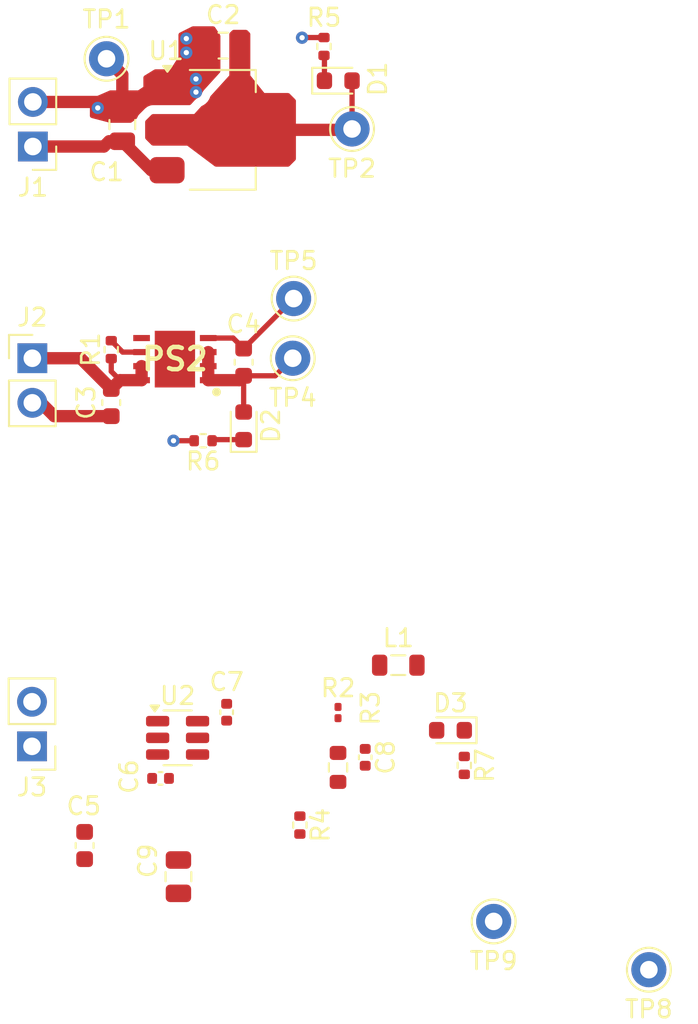
<source format=kicad_pcb>
(kicad_pcb (version 20241229) (generator "pcbnew") (generator_version "9.0")
  (layers (0 "F.Cu" signal) (2 "B.Cu" signal) (13 "F.Paste" user) (15 "B.Paste" user) (5 "F.SilkS" user "F.Silkscreen") (7 "B.SilkS" user "B.Silkscreen") (1 "F.Mask" user) (3 "B.Mask" user) (25 "Edge.Cuts" user))
  (net 0 "")
  (net 1 "GND")
  (net 2 "+3.3V")
  (net 3 "Net-(C8-Pad1)")
  (net 4 "+5V")
  (net 5 "Net-(D1-K)")
  (net 6 "Net-(D2-K)")
  (net 7 "Net-(D3-K)")
  (net 10 "/VI")
  (net 11 "/V_IN1")
  (net 12 "/EN")
  (net 13 "/VIN")
  (net 14 "/SW")
  (net 15 "/BOOT")
  (net 16 "/FB")
  (footprint "Capacitor_SMD:C_0805_2012Metric" (layer "F.Cu") (at 53.25 29.5)
    (property "Reference" "C2" (at 0 -1.75 0) (layer "F.SilkS"))
    (property "Value" "22u" (hide yes))
    (fp_line (start -0.261252 -0.735) (end 0.261252 -0.735) (stroke (width 0.12)) (layer "F.SilkS"))
    (fp_line (start -0.261252 0.735) (end 0.261252 0.735) (stroke (width 0.12)) (layer "F.SilkS"))
    (pad "1" smd roundrect (at -0.95 0) (size 1 1.45) (layers "F.Cu" "F.Mask" "F.Paste") (net 1 "GND"))
    (pad "2" smd roundrect (at 0.95 0) (size 1 1.45) (layers "F.Cu" "F.Mask" "F.Paste") (net 2 "+3.3V"))
  )
  (footprint "Connector_Pin:Pin_D1.0mm_L10.0mm" (layer "F.Cu") (at 60.6 34.25)
    (property "Reference" "TP2" (at 0 2.25 0) (layer "F.SilkS"))
    (property "Value" "OUT_TP" (hide yes))
    (fp_circle (center 0 0) (end 1.25 0.05) (stroke (width 0.12)) (fill no) (layer "F.SilkS"))
    (pad "1" thru_hole circle (at 0 0) (size 2 2) (drill 1) (layers "*.Cu" "*.Mask") (net 2 "+3.3V"))
  )
  (footprint "SamacSys_Parts:SON80P400X400X100-9N-D" (layer "F.Cu") (at 50.49875 47.3625 180)
    (property "Reference" "PS2" (at 0 0 0) (layer "F.SilkS") (effects (font (size 1.27 1.27) (thickness 0.254))))
    (property "Value" "LD39200DPUR" (hide yes))
    (fp_circle (center -2.375 -1.875) (end -2.375 -1.75) (stroke (width 0.25)) (fill no) (layer "F.SilkS"))
    (pad "1" smd rect (at -1.9 -1.2 270) (size 0.35 0.95) (layers "F.Cu" "F.Mask" "F.Paste") (net 2 "+3.3V"))
    (pad "2" smd rect (at -1.9 -0.4 270) (size 0.35 0.95) (layers "F.Cu" "F.Mask" "F.Paste") (net 2 "+3.3V"))
    (pad "3" smd rect (at -1.9 0.4 270) (size 0.35 0.95) (layers "F.Cu" "F.Mask" "F.Paste") (net 2 "+3.3V"))
    (pad "4" smd rect (at -1.9 1.2 270) (size 0.35 0.95) (layers "F.Cu" "F.Mask" "F.Paste") (net 1 "GND"))
    (pad "5" smd rect (at 1.9 1.2 270) (size 0.35 0.95) (layers "F.Cu" "F.Mask" "F.Paste"))
    (pad "6" smd rect (at 1.9 0.4 270) (size 0.35 0.95) (layers "F.Cu" "F.Mask" "F.Paste") (net 12 "/EN"))
    (pad "7" smd rect (at 1.9 -0.4 270) (size 0.35 0.95) (layers "F.Cu" "F.Mask" "F.Paste") (net 11 "/V_IN1"))
    (pad "8" smd rect (at 1.9 -1.2 270) (size 0.35 0.95) (layers "F.Cu" "F.Mask" "F.Paste") (net 11 "/V_IN1"))
    (pad "9" smd rect (at 0 0 180) (size 2.3 3.23) (layers "F.Cu" "F.Mask" "F.Paste") (net 1 "GND"))
  )
  (footprint "Resistor_SMD:R_0402_1005Metric" (layer "F.Cu") (at 46.86875 46.8225 90)
    (property "Reference" "R1" (at 0 -1.17 90) (layer "F.SilkS"))
    (property "Value" "1k" (hide yes))
    (fp_line (start -0.153641 -0.38) (end 0.153641 -0.38) (stroke (width 0.12)) (layer "F.SilkS"))
    (fp_line (start -0.153641 0.38) (end 0.153641 0.38) (stroke (width 0.12)) (layer "F.SilkS"))
    (pad "1" smd roundrect (at -0.51 0 90) (size 0.54 0.64) (layers "F.Cu" "F.Mask" "F.Paste") (net 11 "/V_IN1"))
    (pad "2" smd roundrect (at 0.51 0 90) (size 0.54 0.64) (layers "F.Cu" "F.Mask" "F.Paste") (net 12 "/EN"))
  )
  (footprint "Connector_Pin:Pin_D1.0mm_L10.0mm" (layer "F.Cu") (at 77.525 82.15)
    (property "Reference" "TP8" (at 0 2.25 0) (layer "F.SilkS"))
    (property "Value" "OUT_TP")
    (fp_circle (center 0 0) (end 1.25 0.05) (stroke (width 0.12)) (fill no) (layer "F.SilkS"))
    (pad "1" thru_hole circle (at 0 0) (size 2 2) (drill 1) (layers "*.Cu" "*.Mask") (net 4 "+5V"))
  )
  (footprint "Capacitor_SMD:C_0402_1005Metric" (layer "F.Cu") (at 49.68 71.25)
    (property "Reference" "C6" (at -1.8 -0.1 90) (layer "F.SilkS"))
    (property "Value" "100n" (hide yes))
    (fp_line (start -0.107836 -0.36) (end 0.107836 -0.36) (stroke (width 0.12)) (layer "F.SilkS"))
    (fp_line (start -0.107836 0.36) (end 0.107836 0.36) (stroke (width 0.12)) (layer "F.SilkS"))
    (pad "1" smd roundrect (at -0.48 0) (size 0.56 0.62) (layers "F.Cu" "F.Mask" "F.Paste") (net 13 "/VIN"))
    (pad "2" smd roundrect (at 0.48 0) (size 0.56 0.62) (layers "F.Cu" "F.Mask" "F.Paste") (net 1 "GND"))
  )
  (footprint "Connector_Pin:Pin_D1.0mm_L10.0mm" (layer "F.Cu") (at 57.21875 47.3125)
    (property "Reference" "TP4" (at 0 2.25 0) (layer "F.SilkS"))
    (property "Value" "OUT_TP" (hide yes))
    (fp_circle (center 0 0) (end 1.25 0.05) (stroke (width 0.12)) (fill no) (layer "F.SilkS"))
    (pad "1" thru_hole circle (at 0 0) (size 2 2) (drill 1) (layers "*.Cu" "*.Mask") (net 2 "+3.3V"))
  )
  (footprint "Package_TO_SOT_SMD:SOT-223-3_TabPin2" (layer "F.Cu") (at 53.2 34.3)
    (property "Reference" "U1" (at -3.2 -4.5 0) (layer "F.SilkS"))
    (property "Value" "AMS1117-3.3" (hide yes))
    (fp_line (start -1.85 -3.41) (end 1.91 -3.41) (stroke (width 0.12)) (layer "F.SilkS"))
    (fp_line (start -1.85 3.41) (end 1.91 3.41) (stroke (width 0.12)) (layer "F.SilkS"))
    (fp_line (start 1.91 -3.41) (end 1.91 -2.15) (stroke (width 0.12)) (layer "F.SilkS"))
    (fp_line (start 1.91 3.41) (end 1.91 2.15) (stroke (width 0.12)) (layer "F.SilkS"))
    (fp_poly (pts (xy -3.13 -3.31) (xy -3.37 -3.64) (xy -2.89 -3.64) (xy -3.13 -3.31)) (stroke (width 0.12)) (fill yes) (layer "F.SilkS"))
    (pad "1" smd roundrect (at -3.15 -2.3) (size 2 1.5) (layers "F.Cu" "F.Mask" "F.Paste") (net 1 "GND"))
    (pad "2" smd roundrect (at -3.15 0) (size 2 1.5) (layers "F.Cu" "F.Mask" "F.Paste") (net 2 "+3.3V"))
    (pad "2" smd roundrect (at 3.15 0) (size 2 3.8) (layers "F.Cu" "F.Mask" "F.Paste") (net 2 "+3.3V"))
    (pad "3" smd roundrect (at -3.15 2.3) (size 2 1.5) (layers "F.Cu" "F.Mask" "F.Paste") (net 10 "/VI"))
  )
  (footprint "Capacitor_SMD:C_0402_1005Metric" (layer "F.Cu") (at 61.35 70.05 -90)
    (property "Reference" "C8" (at 0 -1.16 90) (layer "F.SilkS"))
    (property "Value" "10p" (hide yes))
    (fp_line (start -0.107836 0.36) (end 0.107836 0.36) (stroke (width 0.12)) (layer "F.SilkS"))
    (fp_line (start -0.107836 -0.36) (end 0.107836 -0.36) (stroke (width 0.12)) (layer "F.SilkS"))
    (pad "1" smd roundrect (at -0.48 0 270) (size 0.56 0.62) (layers "F.Cu" "F.Mask" "F.Paste") (net 3 "Net-(C8-Pad1)"))
    (pad "2" smd roundrect (at 0.48 0 270) (size 0.56 0.62) (layers "F.Cu" "F.Mask" "F.Paste") (net 16 "/FB"))
  )
  (footprint "Connector_Pin:Pin_D1.0mm_L10.0mm" (layer "F.Cu") (at 57.26875 43.9125)
    (property "Reference" "TP5" (at 0 -2.15 0) (layer "F.SilkS"))
    (property "Value" "GND_TP" (hide yes))
    (fp_circle (center 0 0) (end 1.25 0.05) (stroke (width 0.12)) (fill no) (layer "F.SilkS"))
    (pad "1" thru_hole circle (at 0 0) (size 2 2) (drill 1) (layers "*.Cu" "*.Mask") (net 1 "GND"))
  )
  (footprint "LED_SMD:LED_0603_1608Metric" (layer "F.Cu") (at 59.8125 31.5)
    (property "Reference" "D1" (at 2.25 -0.1 270) (layer "F.SilkS"))
    (property "Value" "PRW_LED" (hide yes))
    (fp_line (start -1.485 -0.735) (end -1.485 0.735) (stroke (width 0.12)) (layer "F.SilkS"))
    (fp_line (start -1.485 0.735) (end 0.8 0.735) (stroke (width 0.12)) (layer "F.SilkS"))
    (fp_line (start 0.8 -0.735) (end -1.485 -0.735) (stroke (width 0.12)) (layer "F.SilkS"))
    (pad "1" smd roundrect (at -0.7875 0) (size 0.875 0.95) (layers "F.Cu" "F.Mask" "F.Paste") (net 5 "Net-(D1-K)"))
    (pad "2" smd roundrect (at 0.7875 0) (size 0.875 0.95) (layers "F.Cu" "F.Mask" "F.Paste") (net 2 "+3.3V"))
  )
  (footprint "Resistor_SMD:R_0201_0603Metric" (layer "F.Cu") (at 59.8 67.5 90)
    (property "Reference" "R2" (at 1.4 0 180) (layer "F.SilkS"))
    (property "Value" "49.9" (hide yes))
    (pad "1" smd roundrect (at -0.32 0 90) (size 0.46 0.4) (layers "F.Cu" "F.Mask") (net 3 "Net-(C8-Pad1)"))
    (pad "2" smd roundrect (at 0.32 0 90) (size 0.46 0.4) (layers "F.Cu" "F.Mask") (net 4 "+5V"))
  )
  (footprint "Resistor_SMD:R_0603_1608Metric" (layer "F.Cu") (at 59.8 70.625 -90)
    (property "Reference" "R3" (at -3.375 -1.85 270) (layer "F.SilkS"))
    (property "Value" "100k" (hide yes))
    (fp_line (start -0.237258 0.5225) (end 0.237258 0.5225) (stroke (width 0.12)) (layer "F.SilkS"))
    (fp_line (start -0.237258 -0.5225) (end 0.237258 -0.5225) (stroke (width 0.12)) (layer "F.SilkS"))
    (pad "1" smd roundrect (at -0.825 0 270) (size 0.8 0.95) (layers "F.Cu" "F.Mask" "F.Paste") (net 3 "Net-(C8-Pad1)"))
    (pad "2" smd roundrect (at 0.825 0 270) (size 0.8 0.95) (layers "F.Cu" "F.Mask" "F.Paste") (net 16 "/FB"))
  )
  (footprint "Resistor_SMD:R_0402_1005Metric" (layer "F.Cu") (at 59 29.55 90)
    (property "Reference" "R5" (at 1.65 0 180) (layer "F.SilkS"))
    (property "Value" "1k5" (hide yes))
    (fp_line (start -0.153641 -0.38) (end 0.153641 -0.38) (stroke (width 0.12)) (layer "F.SilkS"))
    (fp_line (start -0.153641 0.38) (end 0.153641 0.38) (stroke (width 0.12)) (layer "F.SilkS"))
    (pad "1" smd roundrect (at -0.51 0 90) (size 0.54 0.64) (layers "F.Cu" "F.Mask" "F.Paste") (net 5 "Net-(D1-K)"))
    (pad "2" smd roundrect (at 0.51 0 90) (size 0.54 0.64) (layers "F.Cu" "F.Mask" "F.Paste") (net 1 "GND"))
  )
  (footprint "Connector_Pin:Pin_D1.0mm_L10.0mm" (layer "F.Cu") (at 46.6 30.25)
    (property "Reference" "TP1" (at 0 -2.25 0) (layer "F.SilkS"))
    (property "Value" "GND_TP" (hide yes))
    (fp_circle (center 0 0) (end 1.25 0.05) (stroke (width 0.12)) (fill no) (layer "F.SilkS"))
    (pad "1" thru_hole circle (at 0 0) (size 2 2) (drill 1) (layers "*.Cu" "*.Mask") (net 1 "GND"))
  )
  (footprint "Capacitor_SMD:C_0805_2012Metric" (layer "F.Cu") (at 47.5 34 -90)
    (property "Reference" "C1" (at 2.7 0.9 180) (layer "F.SilkS"))
    (property "Value" "22u" (hide yes))
    (fp_line (start -0.261252 0.735) (end 0.261252 0.735) (stroke (width 0.12)) (layer "F.SilkS"))
    (fp_line (start -0.261252 -0.735) (end 0.261252 -0.735) (stroke (width 0.12)) (layer "F.SilkS"))
    (pad "1" smd roundrect (at -0.95 0 270) (size 1 1.45) (layers "F.Cu" "F.Mask" "F.Paste") (net 1 "GND"))
    (pad "2" smd roundrect (at 0.95 0 270) (size 1 1.45) (layers "F.Cu" "F.Mask" "F.Paste") (net 10 "/VI"))
  )
  (footprint "Capacitor_SMD:C_0805_2012Metric" (layer "F.Cu") (at 50.7 76.85 90)
    (property "Reference" "C9" (at 0.9 -1.75 90) (layer "F.SilkS"))
    (property "Value" "33u" (hide yes))
    (fp_line (start -0.261252 -0.735) (end 0.261252 -0.735) (stroke (width 0.12)) (layer "F.SilkS"))
    (fp_line (start -0.261252 0.735) (end 0.261252 0.735) (stroke (width 0.12)) (layer "F.SilkS"))
    (pad "1" smd roundrect (at -0.95 0 90) (size 1 1.45) (layers "F.Cu" "F.Mask" "F.Paste") (net 1 "GND"))
    (pad "2" smd roundrect (at 0.95 0 90) (size 1 1.45) (layers "F.Cu" "F.Mask" "F.Paste") (net 4 "+5V"))
  )
  (footprint "Resistor_SMD:R_0402_1005Metric" (layer "F.Cu") (at 52.10875 52.0125 180)
    (property "Reference" "R6" (at 0 -1.17 0) (layer "F.SilkS"))
    (property "Value" "1k5" (hide yes))
    (fp_line (start -0.153641 0.38) (end 0.153641 0.38) (stroke (width 0.12)) (layer "F.SilkS"))
    (fp_line (start -0.153641 -0.38) (end 0.153641 -0.38) (stroke (width 0.12)) (layer "F.SilkS"))
    (pad "1" smd roundrect (at -0.51 0 180) (size 0.54 0.64) (layers "F.Cu" "F.Mask" "F.Paste") (net 6 "Net-(D2-K)"))
    (pad "2" smd roundrect (at 0.51 0 180) (size 0.54 0.64) (layers "F.Cu" "F.Mask" "F.Paste") (net 1 "GND"))
  )
  (footprint "Capacitor_SMD:C_0402_1005Metric" (layer "F.Cu") (at 53.45 67.48 90)
    (property "Reference" "C7" (at 1.73 0 0) (layer "F.SilkS"))
    (property "Value" "100n" (hide yes))
    (fp_line (start -0.107836 -0.36) (end 0.107836 -0.36) (stroke (width 0.12)) (layer "F.SilkS"))
    (fp_line (start -0.107836 0.36) (end 0.107836 0.36) (stroke (width 0.12)) (layer "F.SilkS"))
    (pad "1" smd roundrect (at -0.48 0 90) (size 0.56 0.62) (layers "F.Cu" "F.Mask" "F.Paste") (net 15 "/BOOT"))
    (pad "2" smd roundrect (at 0.48 0 90) (size 0.56 0.62) (layers "F.Cu" "F.Mask" "F.Paste") (net 14 "/SW"))
  )
  (footprint "Connector_Pin:Pin_D1.0mm_L10.0mm" (layer "F.Cu") (at 68.675 79.4)
    (property "Reference" "TP9" (at 0 2.25 0) (layer "F.SilkS"))
    (property "Value" "GND_TP")
    (fp_circle (center 0 0) (end 1.25 0.05) (stroke (width 0.12)) (fill no) (layer "F.SilkS"))
    (pad "1" thru_hole circle (at 0 0) (size 2 2) (drill 1) (layers "*.Cu" "*.Mask") (net 1 "GND"))
  )
  (footprint "Capacitor_SMD:C_0603_1608Metric" (layer "F.Cu") (at 45.35 75.075 90)
    (property "Reference" "C5" (at 2.25 -0.05 180) (layer "F.SilkS"))
    (property "Value" "10u" (hide yes))
    (fp_line (start -0.14058 -0.51) (end 0.14058 -0.51) (stroke (width 0.12)) (layer "F.SilkS"))
    (fp_line (start -0.14058 0.51) (end 0.14058 0.51) (stroke (width 0.12)) (layer "F.SilkS"))
    (pad "1" smd roundrect (at -0.775 0 90) (size 0.9 0.95) (layers "F.Cu" "F.Mask" "F.Paste") (net 13 "/VIN"))
    (pad "2" smd roundrect (at 0.775 0 90) (size 0.9 0.95) (layers "F.Cu" "F.Mask" "F.Paste") (net 1 "GND"))
  )
  (footprint "Capacitor_SMD:C_0603_1608Metric" (layer "F.Cu") (at 54.41875 47.5375 -90)
    (property "Reference" "C4" (at -2.175 0 0) (layer "F.SilkS"))
    (property "Value" "10u" (hide yes))
    (fp_line (start -0.14058 0.51) (end 0.14058 0.51) (stroke (width 0.12)) (layer "F.SilkS"))
    (fp_line (start -0.14058 -0.51) (end 0.14058 -0.51) (stroke (width 0.12)) (layer "F.SilkS"))
    (pad "1" smd roundrect (at -0.775 0 270) (size 0.9 0.95) (layers "F.Cu" "F.Mask" "F.Paste") (net 1 "GND"))
    (pad "2" smd roundrect (at 0.775 0 270) (size 0.9 0.95) (layers "F.Cu" "F.Mask" "F.Paste") (net 2 "+3.3V"))
  )
  (footprint "Connector_PinHeader_2.54mm:PinHeader_1x02_P2.54mm_Vertical" (layer "F.Cu") (at 42.4 35.25 180)
    (property "Reference" "J1" (at 0 -2.33 0) (layer "F.SilkS"))
    (property "Value" "PWR" (hide yes))
    (fp_line (start 1.33 1.27) (end 1.33 3.87) (stroke (width 0.12)) (layer "F.SilkS"))
    (fp_line (start -1.33 3.87) (end 1.33 3.87) (stroke (width 0.12)) (layer "F.SilkS"))
    (fp_line (start -1.33 1.27) (end 1.33 1.27) (stroke (width 0.12)) (layer "F.SilkS"))
    (fp_line (start -1.33 1.27) (end -1.33 3.87) (stroke (width 0.12)) (layer "F.SilkS"))
    (fp_line (start -1.33 0) (end -1.33 -1.33) (stroke (width 0.12)) (layer "F.SilkS"))
    (fp_line (start -1.33 -1.33) (end 0 -1.33) (stroke (width 0.12)) (layer "F.SilkS"))
    (pad "1" thru_hole rect (at 0 0 180) (size 1.7 1.7) (drill 1) (layers "*.Cu" "*.Mask") (net 10 "/VI"))
    (pad "2" thru_hole oval (at 0 2.54 180) (size 1.7 1.7) (drill 1) (layers "*.Cu" "*.Mask") (net 1 "GND"))
  )
  (footprint "Connector_PinHeader_2.54mm:PinHeader_1x02_P2.54mm_Vertical" (layer "F.Cu") (at 42.36875 47.3125)
    (property "Reference" "J2" (at 0 -2.33 0) (layer "F.SilkS"))
    (property "Value" "PWR" (hide yes))
    (fp_line (start -1.33 -1.33) (end 0 -1.33) (stroke (width 0.12)) (layer "F.SilkS"))
    (fp_line (start -1.33 0) (end -1.33 -1.33) (stroke (width 0.12)) (layer "F.SilkS"))
    (fp_line (start -1.33 1.27) (end -1.33 3.87) (stroke (width 0.12)) (layer "F.SilkS"))
    (fp_line (start -1.33 1.27) (end 1.33 1.27) (stroke (width 0.12)) (layer "F.SilkS"))
    (fp_line (start -1.33 3.87) (end 1.33 3.87) (stroke (width 0.12)) (layer "F.SilkS"))
    (fp_line (start 1.33 1.27) (end 1.33 3.87) (stroke (width 0.12)) (layer "F.SilkS"))
    (pad "1" thru_hole rect (at 0 0) (size 1.7 1.7) (drill 1) (layers "*.Cu" "*.Mask") (net 11 "/V_IN1"))
    (pad "2" thru_hole oval (at 0 2.54) (size 1.7 1.7) (drill 1) (layers "*.Cu" "*.Mask") (net 1 "GND"))
  )
  (footprint "Connector_PinHeader_2.54mm:PinHeader_1x02_P2.54mm_Vertical" (layer "F.Cu") (at 42.35 69.425 180)
    (property "Reference" "J3" (at 0 -2.33 0) (layer "F.SilkS"))
    (property "Value" "PWR")
    (fp_line (start 1.33 1.27) (end 1.33 3.87) (stroke (width 0.12)) (layer "F.SilkS"))
    (fp_line (start -1.33 3.87) (end 1.33 3.87) (stroke (width 0.12)) (layer "F.SilkS"))
    (fp_line (start -1.33 1.27) (end 1.33 1.27) (stroke (width 0.12)) (layer "F.SilkS"))
    (fp_line (start -1.33 1.27) (end -1.33 3.87) (stroke (width 0.12)) (layer "F.SilkS"))
    (fp_line (start -1.33 0) (end -1.33 -1.33) (stroke (width 0.12)) (layer "F.SilkS"))
    (fp_line (start -1.33 -1.33) (end 0 -1.33) (stroke (width 0.12)) (layer "F.SilkS"))
    (pad "1" thru_hole rect (at 0 0 180) (size 1.7 1.7) (drill 1) (layers "*.Cu" "*.Mask") (net 13 "/VIN"))
    (pad "2" thru_hole oval (at 0 2.54 180) (size 1.7 1.7) (drill 1) (layers "*.Cu" "*.Mask") (net 1 "GND"))
  )
  (footprint "LED_SMD:LED_0603_1608Metric" (layer "F.Cu") (at 66.2125 68.51 180)
    (property "Reference" "D3" (at 0 1.55 0) (layer "F.SilkS"))
    (property "Value" "PWR_LED" (hide yes))
    (fp_line (start 0.8 -0.735) (end -1.485 -0.735) (stroke (width 0.12)) (layer "F.SilkS"))
    (fp_line (start -1.485 0.735) (end 0.8 0.735) (stroke (width 0.12)) (layer "F.SilkS"))
    (fp_line (start -1.485 -0.735) (end -1.485 0.735) (stroke (width 0.12)) (layer "F.SilkS"))
    (pad "1" smd roundrect (at -0.7875 0 180) (size 0.875 0.95) (layers "F.Cu" "F.Mask" "F.Paste") (net 7 "Net-(D3-K)"))
    (pad "2" smd roundrect (at 0.7875 0 180) (size 0.875 0.95) (layers "F.Cu" "F.Mask" "F.Paste") (net 4 "+5V"))
  )
  (footprint "LED_SMD:LED_0603_1608Metric" (layer "F.Cu") (at 54.41875 51.1625 90)
    (property "Reference" "D2" (at 0 1.55 270) (layer "F.SilkS"))
    (property "Value" "PWR_LED" (hide yes))
    (fp_line (start 0.8 -0.735) (end -1.485 -0.735) (stroke (width 0.12)) (layer "F.SilkS"))
    (fp_line (start -1.485 -0.735) (end -1.485 0.735) (stroke (width 0.12)) (layer "F.SilkS"))
    (fp_line (start -1.485 0.735) (end 0.8 0.735) (stroke (width 0.12)) (layer "F.SilkS"))
    (pad "1" smd roundrect (at -0.7875 0 90) (size 0.875 0.95) (layers "F.Cu" "F.Mask" "F.Paste") (net 6 "Net-(D2-K)"))
    (pad "2" smd roundrect (at 0.7875 0 90) (size 0.875 0.95) (layers "F.Cu" "F.Mask" "F.Paste") (net 2 "+3.3V"))
  )
  (footprint "Package_TO_SOT_SMD:SOT-23-6" (layer "F.Cu") (at 50.6525 68.94)
    (property "Reference" "U2" (at 0 -2.4 0) (layer "F.SilkS"))
    (property "Value" "TPS54302" (hide yes))
    (fp_line (start 0 -1.56) (end -0.8 -1.56) (stroke (width 0.12)) (layer "F.SilkS"))
    (fp_line (start 0 -1.56) (end 0.8 -1.56) (stroke (width 0.12)) (layer "F.SilkS"))
    (fp_line (start 0 1.56) (end -0.8 1.56) (stroke (width 0.12)) (layer "F.SilkS"))
    (fp_line (start 0 1.56) (end 0.8 1.56) (stroke (width 0.12)) (layer "F.SilkS"))
    (fp_poly (pts (xy -1.3 -1.51) (xy -1.54 -1.84) (xy -1.06 -1.84) (xy -1.3 -1.51)) (stroke (width 0.12)) (fill yes) (layer "F.SilkS"))
    (pad "1" smd roundrect (at -1.1375 -0.95) (size 1.325 0.6) (layers "F.Cu" "F.Mask" "F.Paste") (net 1 "GND"))
    (pad "2" smd roundrect (at -1.1375 0) (size 1.325 0.6) (layers "F.Cu" "F.Mask" "F.Paste") (net 14 "/SW"))
    (pad "3" smd roundrect (at -1.1375 0.95) (size 1.325 0.6) (layers "F.Cu" "F.Mask" "F.Paste") (net 13 "/VIN"))
    (pad "4" smd roundrect (at 1.1375 0.95) (size 1.325 0.6) (layers "F.Cu" "F.Mask" "F.Paste") (net 16 "/FB"))
    (pad "5" smd roundrect (at 1.1375 0) (size 1.325 0.6) (layers "F.Cu" "F.Mask" "F.Paste"))
    (pad "6" smd roundrect (at 1.1375 -0.95) (size 1.325 0.6) (layers "F.Cu" "F.Mask" "F.Paste") (net 15 "/BOOT"))
  )
  (footprint "Resistor_SMD:R_0402_1005Metric" (layer "F.Cu") (at 67 70.51 -90)
    (property "Reference" "R7" (at 0 -1.17 90) (layer "F.SilkS"))
    (property "Value" "1k5" (hide yes))
    (fp_line (start -0.153641 0.38) (end 0.153641 0.38) (stroke (width 0.12)) (layer "F.SilkS"))
    (fp_line (start -0.153641 -0.38) (end 0.153641 -0.38) (stroke (width 0.12)) (layer "F.SilkS"))
    (pad "1" smd roundrect (at -0.51 0 270) (size 0.54 0.64) (layers "F.Cu" "F.Mask" "F.Paste") (net 7 "Net-(D3-K)"))
    (pad "2" smd roundrect (at 0.51 0 270) (size 0.54 0.64) (layers "F.Cu" "F.Mask" "F.Paste") (net 1 "GND"))
  )
  (footprint "Resistor_SMD:R_0402_1005Metric" (layer "F.Cu") (at 57.625 73.91 -90)
    (property "Reference" "R4" (at 0 -1.17 90) (layer "F.SilkS"))
    (property "Value" "13k3" (hide yes))
    (fp_line (start -0.153641 0.38) (end 0.153641 0.38) (stroke (width 0.12)) (layer "F.SilkS"))
    (fp_line (start -0.153641 -0.38) (end 0.153641 -0.38) (stroke (width 0.12)) (layer "F.SilkS"))
    (pad "1" smd roundrect (at -0.51 0 270) (size 0.54 0.64) (layers "F.Cu" "F.Mask" "F.Paste") (net 16 "/FB"))
    (pad "2" smd roundrect (at 0.51 0 270) (size 0.54 0.64) (layers "F.Cu" "F.Mask" "F.Paste") (net 1 "GND"))
  )
  (footprint "Inductor_SMD:L_0805_2012Metric" (layer "F.Cu") (at 63.2375 64.8)
    (property "Reference" "L1" (at 0 -1.55 0) (layer "F.SilkS"))
    (property "Value" "10u" (hide yes))
    (fp_line (start -0.399622 -0.56) (end 0.399622 -0.56) (stroke (width 0.12)) (layer "F.SilkS"))
    (fp_line (start -0.399622 0.56) (end 0.399622 0.56) (stroke (width 0.12)) (layer "F.SilkS"))
    (pad "1" smd roundrect (at -1.0625 0) (size 0.875 1.2) (layers "F.Cu" "F.Mask" "F.Paste") (net 14 "/SW"))
    (pad "2" smd roundrect (at 1.0625 0) (size 0.875 1.2) (layers "F.Cu" "F.Mask" "F.Paste") (net 4 "+5V"))
  )
  (footprint "Capacitor_SMD:C_0603_1608Metric" (layer "F.Cu") (at 46.86875 49.8375 90)
    (property "Reference" "C3" (at 0 -1.43 90) (layer "F.SilkS"))
    (property "Value" "10u" (hide yes))
    (fp_line (start -0.14058 -0.51) (end 0.14058 -0.51) (stroke (width 0.12)) (layer "F.SilkS"))
    (fp_line (start -0.14058 0.51) (end 0.14058 0.51) (stroke (width 0.12)) (layer "F.SilkS"))
    (pad "1" smd roundrect (at -0.775 0 90) (size 0.9 0.95) (layers "F.Cu" "F.Mask" "F.Paste") (net 1 "GND"))
    (pad "2" smd roundrect (at 0.775 0 90) (size 0.9 0.95) (layers "F.Cu" "F.Mask" "F.Paste") (net 11 "/V_IN1"))
  )
  (segment (start 42.4 32.71) (end 47.16 32.71) (width 0.7) (layer "F.Cu") (net 1))
  (segment (start 43.61875 50.6125) (end 46.86875 50.6125) (width 0.7) (layer "F.Cu") (net 1))
  (segment (start 57.76 29.04) (end 57.75 29.05) (width 0.3) (layer "F.Cu") (net 1))
  (segment (start 53.81875 46.1625) (end 52.39875 46.1625) (width 0.3) (layer "F.Cu") (net 1))
  (segment (start 59 29.04) (end 57.76 29.04) (width 0.3) (layer "F.Cu") (net 1))
  (segment (start 47.16 32.71) (end 47.5 33.05) (width 0.7) (layer "F.Cu") (net 1))
  (segment (start 54.41875 46.7625) (end 57.26875 43.9125) (width 0.3) (layer "F.Cu") (net 1))
  (segment (start 47.5 31.15) (end 46.6 30.25) (width 0.7) (layer "F.Cu") (net 1))
  (segment (start 54.41875 46.7625) (end 53.81875 46.1625) (width 0.3) (layer "F.Cu") (net 1))
  (segment (start 42.85875 49.8525) (end 43.61875 50.6125) (width 0.7) (layer "F.Cu") (net 1))
  (segment (start 47.5 33.05) (end 47.5 31.15) (width 0.7) (layer "F.Cu") (net 1))
  (segment (start 51.59875 52.0125) (end 50.41875 52.0125) (width 0.3) (layer "F.Cu") (net 1))
  (segment (start 42.36875 49.8525) (end 42.85875 49.8525) (width 0.7) (layer "F.Cu") (net 1))
  (via (at 46.1 33.05) (size 0.7) (drill 0.3) (layers "F.Cu" "B.Cu") (net 1))
  (via (at 50.41875 52.0125) (size 0.7) (drill 0.3) (layers "F.Cu" "B.Cu") (net 1))
  (via (at 51.15 29.1) (size 0.7) (drill 0.3) (layers "F.Cu" "B.Cu") (net 1))
  (via (at 51.15 29.9) (size 0.7) (drill 0.3) (layers "F.Cu" "B.Cu") (net 1))
  (via (at 51.7 31.4) (size 0.7) (drill 0.3) (layers "F.Cu" "B.Cu") (net 1))
  (via (at 51.7 32.15) (size 0.7) (drill 0.3) (layers "F.Cu" "B.Cu") (net 1))
  (via (at 57.75 29.05) (size 0.7) (drill 0.3) (layers "F.Cu" "B.Cu") (net 1))
  (segment (start 54.41875 48.3125) (end 56.21875 48.3125) (width 0.3) (layer "F.Cu") (net 2))
  (segment (start 54.16875 48.5625) (end 54.41875 48.3125) (width 0.7) (layer "F.Cu") (net 2))
  (segment (start 56.21875 48.3125) (end 57.21875 47.3125) (width 0.3) (layer "F.Cu") (net 2))
  (segment (start 52.39875 47.7625) (end 52.39875 48.5625) (width 0.7) (layer "F.Cu") (net 2))
  (segment (start 60.6 31.5) (end 60.6 34.25) (width 0.3) (layer "F.Cu") (net 2))
  (segment (start 54.41875 50.375) (end 54.41875 48.3125) (width 0.3) (layer "F.Cu") (net 2))
  (segment (start 56.35 34.3) (end 60.55 34.3) (width 0.7) (layer "F.Cu") (net 2))
  (segment (start 52.39875 47.7625) (end 52.39875 46.9625) (width 0.7) (layer "F.Cu") (net 2))
  (segment (start 52.39875 48.5625) (end 54.16875 48.5625) (width 0.7) (layer "F.Cu") (net 2))
  (segment (start 60.55 34.3) (end 60.6 34.25) (width 0.7) (layer "F.Cu") (net 2))
  (segment (start 59.025 31.5) (end 59.025 30.085) (width 0.3) (layer "F.Cu") (net 5))
  (segment (start 59.025 30.085) (end 59 30.06) (width 0.3) (layer "F.Cu") (net 5))
  (segment (start 52.68125 51.95) (end 52.61875 52.0125) (width 0.3) (layer "F.Cu") (net 6))
  (segment (start 54.41875 51.95) (end 52.68125 51.95) (width 0.3) (layer "F.Cu") (net 6))
  (segment (start 50.05 36.6) (end 49.15 36.6) (width 0.7) (layer "F.Cu") (net 10))
  (segment (start 46.45 35.25) (end 42.4 35.25) (width 0.7) (layer "F.Cu") (net 10))
  (segment (start 49.15 36.6) (end 47.5 34.95) (width 0.7) (layer "F.Cu") (net 10))
  (segment (start 46.75 34.95) (end 46.45 35.25) (width 0.7) (layer "F.Cu") (net 10))
  (segment (start 47.5 34.95) (end 46.75 34.95) (width 0.7) (layer "F.Cu") (net 10))
  (segment (start 48.59875 47.7625) (end 48.59875 48.5625) (width 0.7) (layer "F.Cu") (net 11))
  (segment (start 46.86875 47.3325) (end 46.86875 48.0625) (width 0.3) (layer "F.Cu") (net 11))
  (segment (start 42.36875 47.3125) (end 45.11875 47.3125) (width 0.7) (layer "F.Cu") (net 11))
  (segment (start 45.11875 47.3125) (end 46.86875 49.0625) (width 0.7) (layer "F.Cu") (net 11))
  (segment (start 47.36875 48.5625) (end 46.86875 49.0625) (width 0.7) (layer "F.Cu") (net 11))
  (segment (start 46.86875 48.0625) (end 47.36875 48.5625) (width 0.3) (layer "F.Cu") (net 11))
  (segment (start 48.59875 48.5625) (end 47.36875 48.5625) (width 0.7) (layer "F.Cu") (net 11))
  (segment (start 47.51875 46.9625) (end 48.59875 46.9625) (width 0.3) (layer "F.Cu") (net 12))
  (segment (start 46.86875 46.3125) (end 47.51875 46.9625) (width 0.3) (layer "F.Cu") (net 12))
  (segment (start 49.425 69.98) (end 49.515 69.89) (width 0.3) (layer "F.Cu") (net 13))
  (segment (start 53.42 67.99) (end 53.45 67.96) (width 0.3) (layer "F.Cu") (net 15))
  (zone (net 1) (net_name "GND") (layer "F.Cu") (connect_pads yes (clearance 0.5)) (min_thickness 0.25) (fill yes (thermal_gap 0.5) (thermal_bridge_width 0.5))
    (polygon (pts (xy 45.65 32.55) (xy 46.8 32.05) (xy 48.4 32.05) (xy 48.7 31.85) (xy 48.7 31.25) (xy 49.35 30.85) (xy 50.25 30.85) (xy 50.7 30.15) (xy 50.7 28.8) (xy 51.500004 28.4) (xy 52.75 28.4) (xy 53.15 29) (xy 53.15 31.2) (xy 51.5 33) (xy 49.2 33) (xy 48 33.9) (xy 46.8 33.9) (xy 45.65 33.6)))
  )
  (zone (net 2) (net_name "+3.3V") (layer "F.Cu") (priority 1) (connect_pads yes (clearance 0.5)) (min_thickness 0.25) (fill yes (thermal_gap 0.5) (thermal_bridge_width 0.5))
    (polygon (pts (xy 48.8 33.8) (xy 49.2 33.4) (xy 51.6 33.4) (xy 53.6 31.2) (xy 53.6 28.8) (xy 53.8 28.6) (xy 54.6 28.6) (xy 54.8 28.8) (xy 54.8 31.2) (xy 55.6 32.2) (xy 57 32.2) (xy 57.4 32.6) (xy 57.4 36) (xy 57 36.4) (xy 52.8 36.4) (xy 51.2 35.2) (xy 49.2 35.2) (xy 48.8 34.8)))
  )
)
</source>
